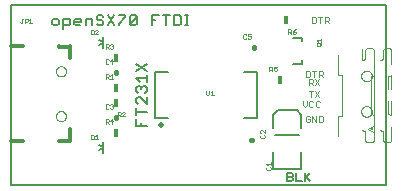
<source format=gto>
G75*
%MOIN*%
%OFA0B0*%
%FSLAX25Y25*%
%IPPOS*%
%LPD*%
%AMOC8*
5,1,8,0,0,1.08239X$1,22.5*
%
%ADD10C,0.00800*%
%ADD11C,0.00400*%
%ADD12C,0.00500*%
%ADD13C,0.00600*%
%ADD14C,0.02000*%
%ADD15C,0.00100*%
%ADD16C,0.01500*%
%ADD17R,0.01500X0.03000*%
%ADD18C,0.00000*%
%ADD19C,0.01200*%
%ADD20R,0.01800X0.03000*%
%ADD21C,0.00746*%
D10*
X0123333Y0058200D02*
X0248333Y0058200D01*
X0248333Y0118200D01*
X0123333Y0118200D01*
X0123333Y0058200D01*
X0152782Y0069780D02*
X0154003Y0070700D01*
X0154003Y0072511D01*
X0152782Y0071560D02*
X0153942Y0070800D01*
X0154003Y0070700D02*
X0154003Y0068889D01*
X0171283Y0080500D02*
X0175533Y0080500D01*
X0171283Y0080500D02*
X0171283Y0095900D01*
X0175533Y0095900D01*
X0154003Y0103889D02*
X0154003Y0105700D01*
X0152782Y0104780D01*
X0154003Y0105700D02*
X0154003Y0107511D01*
X0152782Y0106560D02*
X0153942Y0105800D01*
X0201133Y0095900D02*
X0205383Y0095900D01*
X0205383Y0080500D01*
X0201133Y0080500D01*
X0210709Y0081568D02*
X0210709Y0077237D01*
X0220158Y0077237D02*
X0220158Y0081568D01*
X0218583Y0083143D01*
X0212284Y0083143D01*
X0210709Y0081568D01*
X0210709Y0069363D02*
X0210709Y0063457D01*
X0220158Y0063457D01*
X0220158Y0069363D01*
X0220489Y0098669D02*
X0217340Y0098669D01*
X0220489Y0098669D02*
X0220489Y0099850D01*
X0220489Y0106150D02*
X0220489Y0107331D01*
X0217340Y0107331D01*
D11*
X0223533Y0112200D02*
X0224534Y0112200D01*
X0224868Y0112534D01*
X0224868Y0113868D01*
X0224534Y0114202D01*
X0223533Y0114202D01*
X0223533Y0112200D01*
X0226410Y0112200D02*
X0226410Y0114202D01*
X0225743Y0114202D02*
X0227078Y0114202D01*
X0227953Y0114202D02*
X0227953Y0112200D01*
X0227953Y0112867D02*
X0228954Y0112867D01*
X0229288Y0113201D01*
X0229288Y0113868D01*
X0228954Y0114202D01*
X0227953Y0114202D01*
X0228620Y0112867D02*
X0229288Y0112200D01*
X0240460Y0103684D02*
X0240460Y0099934D01*
X0241300Y0100232D02*
X0241331Y0100259D01*
X0241359Y0100288D01*
X0241385Y0100320D01*
X0241408Y0100353D01*
X0241429Y0100389D01*
X0241446Y0100425D01*
X0241461Y0100464D01*
X0241472Y0100503D01*
X0241480Y0100543D01*
X0241485Y0100583D01*
X0241487Y0100624D01*
X0241487Y0103348D01*
X0242028Y0103889D01*
X0243707Y0103889D01*
X0244219Y0103357D01*
X0244219Y0073043D01*
X0243707Y0072511D01*
X0242028Y0072511D01*
X0241487Y0073052D01*
X0241487Y0075776D01*
X0241485Y0075817D01*
X0241480Y0075857D01*
X0241472Y0075897D01*
X0241461Y0075936D01*
X0241446Y0075975D01*
X0241429Y0076011D01*
X0241408Y0076047D01*
X0241385Y0076080D01*
X0241359Y0076112D01*
X0241331Y0076141D01*
X0241300Y0076168D01*
X0242289Y0076914D02*
X0244005Y0075906D01*
X0242289Y0076914D02*
X0244005Y0078033D01*
X0247206Y0076168D02*
X0247237Y0076141D01*
X0247265Y0076112D01*
X0247291Y0076080D01*
X0247314Y0076047D01*
X0247335Y0076011D01*
X0247352Y0075975D01*
X0247367Y0075936D01*
X0247378Y0075897D01*
X0247386Y0075857D01*
X0247391Y0075817D01*
X0247393Y0075776D01*
X0247392Y0075776D02*
X0247392Y0073052D01*
X0247934Y0072511D01*
X0249612Y0072511D01*
X0250125Y0073043D01*
X0250125Y0077669D01*
X0247205Y0076168D02*
X0247150Y0076210D01*
X0247092Y0076250D01*
X0247033Y0076287D01*
X0246971Y0076320D01*
X0246908Y0076350D01*
X0246844Y0076377D01*
X0246778Y0076400D01*
X0246711Y0076420D01*
X0246643Y0076437D01*
X0246574Y0076449D01*
X0246505Y0076459D01*
X0246435Y0076464D01*
X0246366Y0076466D01*
X0241300Y0076168D02*
X0241245Y0076210D01*
X0241187Y0076250D01*
X0241128Y0076287D01*
X0241066Y0076320D01*
X0241003Y0076350D01*
X0240939Y0076377D01*
X0240873Y0076400D01*
X0240806Y0076420D01*
X0240738Y0076437D01*
X0240669Y0076449D01*
X0240600Y0076459D01*
X0240530Y0076464D01*
X0240461Y0076466D01*
X0232195Y0074656D02*
X0232195Y0081392D01*
X0232278Y0081392D02*
X0233557Y0081392D01*
X0233557Y0095008D01*
X0232195Y0095008D01*
X0232195Y0101744D01*
X0240461Y0099934D02*
X0240530Y0099936D01*
X0240600Y0099941D01*
X0240669Y0099951D01*
X0240738Y0099963D01*
X0240806Y0099980D01*
X0240873Y0100000D01*
X0240939Y0100023D01*
X0241003Y0100050D01*
X0241066Y0100080D01*
X0241128Y0100113D01*
X0241187Y0100150D01*
X0241245Y0100190D01*
X0241300Y0100232D01*
X0246366Y0099934D02*
X0246435Y0099936D01*
X0246505Y0099941D01*
X0246574Y0099951D01*
X0246643Y0099963D01*
X0246711Y0099980D01*
X0246778Y0100000D01*
X0246844Y0100023D01*
X0246908Y0100050D01*
X0246971Y0100080D01*
X0247033Y0100113D01*
X0247092Y0100150D01*
X0247150Y0100190D01*
X0247205Y0100232D01*
X0247392Y0100624D02*
X0247392Y0103348D01*
X0247934Y0103889D01*
X0249612Y0103889D01*
X0250125Y0103357D01*
X0250125Y0098731D01*
X0247206Y0100232D02*
X0247237Y0100259D01*
X0247265Y0100288D01*
X0247291Y0100320D01*
X0247314Y0100353D01*
X0247335Y0100389D01*
X0247352Y0100425D01*
X0247367Y0100464D01*
X0247378Y0100503D01*
X0247386Y0100543D01*
X0247391Y0100583D01*
X0247393Y0100624D01*
X0249140Y0094499D02*
X0250125Y0094696D01*
X0250125Y0094794D02*
X0250125Y0090169D01*
X0249140Y0090169D02*
X0249140Y0094499D01*
X0244219Y0094696D02*
X0243235Y0094499D01*
X0243235Y0081901D01*
X0244219Y0081704D01*
X0249140Y0081901D02*
X0250125Y0081704D01*
X0250125Y0081606D02*
X0250125Y0086231D01*
X0249140Y0086231D02*
X0249140Y0081901D01*
X0227288Y0080868D02*
X0226954Y0081202D01*
X0225953Y0081202D01*
X0225953Y0079200D01*
X0226954Y0079200D01*
X0227288Y0079534D01*
X0227288Y0080868D01*
X0225078Y0081202D02*
X0225078Y0079200D01*
X0223743Y0081202D01*
X0223743Y0079200D01*
X0222868Y0079534D02*
X0222868Y0080201D01*
X0222201Y0080201D01*
X0222868Y0080868D02*
X0222534Y0081202D01*
X0221867Y0081202D01*
X0221533Y0080868D01*
X0221533Y0079534D01*
X0221867Y0079200D01*
X0222534Y0079200D01*
X0222868Y0079534D01*
X0223077Y0084200D02*
X0223744Y0084200D01*
X0224078Y0084534D01*
X0223744Y0084200D01*
X0223077Y0084200D01*
X0222743Y0084534D01*
X0222743Y0085868D01*
X0223077Y0086202D01*
X0223744Y0086202D01*
X0224078Y0085868D01*
X0223744Y0086202D01*
X0223077Y0086202D01*
X0222743Y0085868D01*
X0222743Y0084534D01*
X0223077Y0084200D01*
X0221868Y0084867D02*
X0221868Y0086202D01*
X0221868Y0084867D01*
X0221201Y0084200D01*
X0220533Y0084867D01*
X0220533Y0086202D01*
X0220533Y0084867D01*
X0221201Y0084200D01*
X0221868Y0084867D01*
X0224953Y0084534D02*
X0224953Y0085868D01*
X0225287Y0086202D01*
X0225954Y0086202D01*
X0226288Y0085868D01*
X0225954Y0086202D01*
X0225287Y0086202D01*
X0224953Y0085868D01*
X0224953Y0084534D01*
X0225287Y0084200D01*
X0225954Y0084200D01*
X0226288Y0084534D01*
X0225954Y0084200D01*
X0225287Y0084200D01*
X0224953Y0084534D01*
X0224743Y0087700D02*
X0226078Y0089702D01*
X0224743Y0089702D02*
X0226078Y0087700D01*
X0223201Y0087700D02*
X0223201Y0089702D01*
X0223868Y0089702D02*
X0222533Y0089702D01*
X0222533Y0091700D02*
X0222533Y0093702D01*
X0223534Y0093702D01*
X0223868Y0093368D01*
X0223868Y0092701D01*
X0223534Y0092367D01*
X0222533Y0092367D01*
X0223201Y0092367D02*
X0223868Y0091700D01*
X0224743Y0091700D02*
X0226078Y0093702D01*
X0225953Y0094200D02*
X0225953Y0096202D01*
X0226954Y0096202D01*
X0227288Y0095868D01*
X0227288Y0095201D01*
X0226954Y0094867D01*
X0225953Y0094867D01*
X0226620Y0094867D02*
X0227288Y0094200D01*
X0224743Y0093702D02*
X0226078Y0091700D01*
X0224410Y0094200D02*
X0224410Y0096202D01*
X0223743Y0096202D02*
X0225078Y0096202D01*
X0222868Y0095868D02*
X0222868Y0094534D01*
X0222534Y0094200D01*
X0221533Y0094200D01*
X0221533Y0096202D01*
X0222534Y0096202D01*
X0222868Y0095868D01*
D12*
X0219433Y0074800D02*
X0211433Y0074800D01*
X0215444Y0062252D02*
X0216795Y0062252D01*
X0217245Y0061802D01*
X0217245Y0061352D01*
X0216795Y0060901D01*
X0215444Y0060901D01*
X0216795Y0060901D02*
X0217245Y0060451D01*
X0217245Y0060000D01*
X0216795Y0059550D01*
X0215444Y0059550D01*
X0215444Y0062252D01*
X0218390Y0062252D02*
X0218390Y0059550D01*
X0220192Y0059550D01*
X0221337Y0059550D02*
X0221337Y0062252D01*
X0221787Y0060901D02*
X0223138Y0059550D01*
X0221337Y0060451D02*
X0223138Y0062252D01*
D13*
X0168533Y0077951D02*
X0165130Y0077951D01*
X0165130Y0080219D01*
X0165130Y0081634D02*
X0165130Y0083902D01*
X0165130Y0082768D02*
X0168533Y0082768D01*
X0168533Y0085317D02*
X0166265Y0087585D01*
X0165698Y0087585D01*
X0165130Y0087018D01*
X0165130Y0085884D01*
X0165698Y0085317D01*
X0168533Y0085317D02*
X0168533Y0087585D01*
X0167966Y0089000D02*
X0168533Y0089567D01*
X0168533Y0090701D01*
X0167966Y0091269D01*
X0167399Y0091269D01*
X0166832Y0090701D01*
X0166832Y0090134D01*
X0166832Y0090701D02*
X0166265Y0091269D01*
X0165698Y0091269D01*
X0165130Y0090701D01*
X0165130Y0089567D01*
X0165698Y0089000D01*
X0166265Y0092683D02*
X0165130Y0093817D01*
X0168533Y0093817D01*
X0168533Y0092683D02*
X0168533Y0094952D01*
X0168533Y0096366D02*
X0165130Y0098635D01*
X0165130Y0096366D02*
X0168533Y0098635D01*
X0140816Y0110366D02*
X0140816Y0113769D01*
X0142518Y0113769D01*
X0143085Y0113201D01*
X0143085Y0112067D01*
X0142518Y0111500D01*
X0140816Y0111500D01*
X0139402Y0112067D02*
X0139402Y0113201D01*
X0138835Y0113769D01*
X0137700Y0113769D01*
X0137133Y0113201D01*
X0137133Y0112067D01*
X0137700Y0111500D01*
X0138835Y0111500D01*
X0139402Y0112067D01*
X0144500Y0112067D02*
X0144500Y0113201D01*
X0145067Y0113769D01*
X0146201Y0113769D01*
X0146768Y0113201D01*
X0146768Y0112634D01*
X0144500Y0112634D01*
X0144500Y0112067D02*
X0145067Y0111500D01*
X0146201Y0111500D01*
X0148183Y0111500D02*
X0148183Y0113769D01*
X0149884Y0113769D01*
X0150451Y0113201D01*
X0150451Y0111500D01*
X0151866Y0112067D02*
X0152433Y0111500D01*
X0153567Y0111500D01*
X0154135Y0112067D01*
X0154135Y0112634D01*
X0153567Y0113201D01*
X0152433Y0113201D01*
X0151866Y0113769D01*
X0151866Y0114336D01*
X0152433Y0114903D01*
X0153567Y0114903D01*
X0154135Y0114336D01*
X0155549Y0114903D02*
X0157818Y0111500D01*
X0159232Y0111500D02*
X0159232Y0112067D01*
X0161501Y0114336D01*
X0161501Y0114903D01*
X0159232Y0114903D01*
X0157818Y0114903D02*
X0155549Y0111500D01*
X0162915Y0112067D02*
X0165184Y0114336D01*
X0165184Y0112067D01*
X0164617Y0111500D01*
X0163482Y0111500D01*
X0162915Y0112067D01*
X0162915Y0114336D01*
X0163482Y0114903D01*
X0164617Y0114903D01*
X0165184Y0114336D01*
X0170282Y0114903D02*
X0172550Y0114903D01*
X0173965Y0114903D02*
X0176233Y0114903D01*
X0175099Y0114903D02*
X0175099Y0111500D01*
X0177648Y0111500D02*
X0179349Y0111500D01*
X0179917Y0112067D01*
X0179917Y0114336D01*
X0179349Y0114903D01*
X0177648Y0114903D01*
X0177648Y0111500D01*
X0181331Y0111500D02*
X0182465Y0111500D01*
X0181898Y0111500D02*
X0181898Y0114903D01*
X0181331Y0114903D02*
X0182465Y0114903D01*
X0171416Y0113201D02*
X0170282Y0113201D01*
X0170282Y0111500D02*
X0170282Y0114903D01*
X0166832Y0079085D02*
X0166832Y0077951D01*
D14*
X0173333Y0078200D03*
D15*
X0161411Y0081150D02*
X0160410Y0081150D01*
X0161411Y0082151D01*
X0161411Y0082401D01*
X0161161Y0082651D01*
X0160660Y0082651D01*
X0160410Y0082401D01*
X0159938Y0082401D02*
X0159938Y0081901D01*
X0159687Y0081650D01*
X0158937Y0081650D01*
X0158937Y0081150D02*
X0158937Y0082651D01*
X0159687Y0082651D01*
X0159938Y0082401D01*
X0159437Y0081650D02*
X0159938Y0081150D01*
X0157107Y0080251D02*
X0156357Y0079501D01*
X0157357Y0079501D01*
X0157107Y0080251D02*
X0157107Y0078750D01*
X0155884Y0078750D02*
X0155384Y0079250D01*
X0155634Y0079250D02*
X0154883Y0079250D01*
X0154883Y0078750D02*
X0154883Y0080251D01*
X0155634Y0080251D01*
X0155884Y0080001D01*
X0155884Y0079501D01*
X0155634Y0079250D01*
X0151857Y0075001D02*
X0151857Y0073500D01*
X0151357Y0073500D02*
X0152357Y0073500D01*
X0151357Y0074501D02*
X0151857Y0075001D01*
X0150884Y0074751D02*
X0150634Y0075001D01*
X0149883Y0075001D01*
X0149883Y0073500D01*
X0150634Y0073500D01*
X0150884Y0073750D01*
X0150884Y0074751D01*
X0155134Y0083750D02*
X0155634Y0083750D01*
X0155884Y0084000D01*
X0156357Y0084000D02*
X0156607Y0083750D01*
X0157107Y0083750D01*
X0157357Y0084000D01*
X0157357Y0084250D01*
X0157107Y0084501D01*
X0156857Y0084501D01*
X0157107Y0084501D02*
X0157357Y0084751D01*
X0157357Y0085001D01*
X0157107Y0085251D01*
X0156607Y0085251D01*
X0156357Y0085001D01*
X0155884Y0085001D02*
X0155634Y0085251D01*
X0155134Y0085251D01*
X0154883Y0085001D01*
X0154883Y0084000D01*
X0155134Y0083750D01*
X0154883Y0093750D02*
X0154883Y0095251D01*
X0155634Y0095251D01*
X0155884Y0095001D01*
X0155884Y0094501D01*
X0155634Y0094250D01*
X0154883Y0094250D01*
X0155384Y0094250D02*
X0155884Y0093750D01*
X0156357Y0093750D02*
X0157357Y0093750D01*
X0156857Y0093750D02*
X0156857Y0095251D01*
X0156357Y0094751D01*
X0155634Y0098750D02*
X0155884Y0099000D01*
X0155634Y0098750D02*
X0155134Y0098750D01*
X0154883Y0099000D01*
X0154883Y0100001D01*
X0155134Y0100251D01*
X0155634Y0100251D01*
X0155884Y0100001D01*
X0156357Y0099501D02*
X0157107Y0100251D01*
X0157107Y0098750D01*
X0157357Y0099501D02*
X0156357Y0099501D01*
X0156607Y0103750D02*
X0156357Y0104000D01*
X0156607Y0103750D02*
X0157107Y0103750D01*
X0157357Y0104000D01*
X0157357Y0104250D01*
X0157107Y0104501D01*
X0156857Y0104501D01*
X0157107Y0104501D02*
X0157357Y0104751D01*
X0157357Y0105001D01*
X0157107Y0105251D01*
X0156607Y0105251D01*
X0156357Y0105001D01*
X0155884Y0105001D02*
X0155884Y0104501D01*
X0155634Y0104250D01*
X0154883Y0104250D01*
X0154883Y0103750D02*
X0154883Y0105251D01*
X0155634Y0105251D01*
X0155884Y0105001D01*
X0155384Y0104250D02*
X0155884Y0103750D01*
X0152357Y0108500D02*
X0151357Y0108500D01*
X0152357Y0109501D01*
X0152357Y0109751D01*
X0152107Y0110001D01*
X0151607Y0110001D01*
X0151357Y0109751D01*
X0150884Y0109751D02*
X0150634Y0110001D01*
X0149883Y0110001D01*
X0149883Y0108500D01*
X0150634Y0108500D01*
X0150884Y0108750D01*
X0150884Y0109751D01*
X0130331Y0112250D02*
X0129330Y0112250D01*
X0129830Y0112250D02*
X0129830Y0113751D01*
X0129330Y0113251D01*
X0128857Y0113501D02*
X0128607Y0113751D01*
X0127857Y0113751D01*
X0127857Y0112250D01*
X0127857Y0112750D02*
X0128607Y0112750D01*
X0128857Y0113001D01*
X0128857Y0113501D01*
X0127384Y0113751D02*
X0126884Y0113751D01*
X0127134Y0113751D02*
X0127134Y0112500D01*
X0126884Y0112250D01*
X0126634Y0112250D01*
X0126383Y0112500D01*
X0188383Y0089751D02*
X0188383Y0088500D01*
X0188634Y0088250D01*
X0189134Y0088250D01*
X0189384Y0088500D01*
X0189384Y0089751D01*
X0189857Y0089251D02*
X0190357Y0089751D01*
X0190357Y0088250D01*
X0189857Y0088250D02*
X0190857Y0088250D01*
X0209483Y0096250D02*
X0209483Y0097751D01*
X0210234Y0097751D01*
X0210484Y0097501D01*
X0210484Y0097001D01*
X0210234Y0096750D01*
X0209483Y0096750D01*
X0209984Y0096750D02*
X0210484Y0096250D01*
X0210957Y0096500D02*
X0211207Y0096250D01*
X0211707Y0096250D01*
X0211957Y0096500D01*
X0211957Y0097001D01*
X0211707Y0097251D01*
X0211457Y0097251D01*
X0210957Y0097001D01*
X0210957Y0097751D01*
X0211957Y0097751D01*
X0225176Y0104785D02*
X0225176Y0105285D01*
X0225426Y0105535D01*
X0226427Y0105535D01*
X0226677Y0105285D01*
X0226677Y0104785D01*
X0226427Y0104535D01*
X0225426Y0104535D01*
X0225176Y0104785D01*
X0226177Y0105035D02*
X0226677Y0105535D01*
X0226677Y0106008D02*
X0226677Y0107009D01*
X0226677Y0106508D02*
X0225176Y0106508D01*
X0225676Y0106008D01*
X0218211Y0108900D02*
X0218211Y0109150D01*
X0217961Y0109401D01*
X0217210Y0109401D01*
X0217210Y0108900D01*
X0217460Y0108650D01*
X0217961Y0108650D01*
X0218211Y0108900D01*
X0217710Y0109901D02*
X0217210Y0109401D01*
X0216738Y0109401D02*
X0216487Y0109150D01*
X0215737Y0109150D01*
X0215737Y0108650D02*
X0215737Y0110151D01*
X0216487Y0110151D01*
X0216738Y0109901D01*
X0216738Y0109401D01*
X0216237Y0109150D02*
X0216738Y0108650D01*
X0217710Y0109901D02*
X0218211Y0110151D01*
X0203237Y0108601D02*
X0202237Y0108601D01*
X0202237Y0107851D01*
X0202737Y0108101D01*
X0202987Y0108101D01*
X0203237Y0107851D01*
X0203237Y0107350D01*
X0202987Y0107100D01*
X0202487Y0107100D01*
X0202237Y0107350D01*
X0201764Y0107350D02*
X0201514Y0107100D01*
X0201014Y0107100D01*
X0200763Y0107350D01*
X0200763Y0108351D01*
X0201014Y0108601D01*
X0201514Y0108601D01*
X0201764Y0108351D01*
X0206732Y0076478D02*
X0206482Y0076227D01*
X0206482Y0075727D01*
X0206732Y0075477D01*
X0206732Y0075004D02*
X0206482Y0074754D01*
X0206482Y0074254D01*
X0206732Y0074003D01*
X0207733Y0074003D01*
X0207983Y0074254D01*
X0207983Y0074754D01*
X0207733Y0075004D01*
X0207983Y0075477D02*
X0206982Y0076478D01*
X0206732Y0076478D01*
X0207983Y0076478D02*
X0207983Y0075477D01*
X0209946Y0065824D02*
X0209946Y0064823D01*
X0209946Y0065324D02*
X0208445Y0065324D01*
X0208945Y0064823D01*
X0208695Y0064351D02*
X0208445Y0064101D01*
X0208445Y0063600D01*
X0208695Y0063350D01*
X0209696Y0063350D01*
X0209946Y0063600D01*
X0209946Y0064101D01*
X0209696Y0064351D01*
D16*
X0203543Y0073400D02*
X0203323Y0073400D01*
X0158333Y0080590D02*
X0158333Y0080810D01*
X0158333Y0095590D02*
X0158333Y0095810D01*
X0204213Y0103940D02*
X0204213Y0104160D01*
D17*
X0158333Y0100700D03*
X0158333Y0090700D03*
X0158333Y0085700D03*
X0158333Y0075700D03*
D18*
X0138322Y0081220D02*
X0138324Y0081301D01*
X0138330Y0081383D01*
X0138340Y0081464D01*
X0138354Y0081544D01*
X0138371Y0081623D01*
X0138393Y0081702D01*
X0138418Y0081779D01*
X0138447Y0081856D01*
X0138480Y0081930D01*
X0138517Y0082003D01*
X0138556Y0082074D01*
X0138600Y0082143D01*
X0138646Y0082210D01*
X0138696Y0082274D01*
X0138749Y0082336D01*
X0138805Y0082396D01*
X0138863Y0082452D01*
X0138925Y0082506D01*
X0138989Y0082557D01*
X0139055Y0082604D01*
X0139123Y0082648D01*
X0139194Y0082689D01*
X0139266Y0082726D01*
X0139341Y0082760D01*
X0139416Y0082790D01*
X0139494Y0082816D01*
X0139572Y0082839D01*
X0139651Y0082857D01*
X0139731Y0082872D01*
X0139812Y0082883D01*
X0139893Y0082890D01*
X0139975Y0082893D01*
X0140056Y0082892D01*
X0140137Y0082887D01*
X0140218Y0082878D01*
X0140299Y0082865D01*
X0140379Y0082848D01*
X0140457Y0082828D01*
X0140535Y0082803D01*
X0140612Y0082775D01*
X0140687Y0082743D01*
X0140760Y0082708D01*
X0140831Y0082669D01*
X0140901Y0082626D01*
X0140968Y0082581D01*
X0141034Y0082532D01*
X0141096Y0082480D01*
X0141156Y0082424D01*
X0141213Y0082366D01*
X0141268Y0082306D01*
X0141319Y0082242D01*
X0141367Y0082177D01*
X0141412Y0082109D01*
X0141454Y0082039D01*
X0141492Y0081967D01*
X0141527Y0081893D01*
X0141558Y0081818D01*
X0141585Y0081741D01*
X0141608Y0081663D01*
X0141628Y0081584D01*
X0141644Y0081504D01*
X0141656Y0081423D01*
X0141664Y0081342D01*
X0141668Y0081261D01*
X0141668Y0081179D01*
X0141664Y0081098D01*
X0141656Y0081017D01*
X0141644Y0080936D01*
X0141628Y0080856D01*
X0141608Y0080777D01*
X0141585Y0080699D01*
X0141558Y0080622D01*
X0141527Y0080547D01*
X0141492Y0080473D01*
X0141454Y0080401D01*
X0141412Y0080331D01*
X0141367Y0080263D01*
X0141319Y0080198D01*
X0141268Y0080134D01*
X0141213Y0080074D01*
X0141156Y0080016D01*
X0141096Y0079960D01*
X0141034Y0079908D01*
X0140968Y0079859D01*
X0140901Y0079814D01*
X0140832Y0079771D01*
X0140760Y0079732D01*
X0140687Y0079697D01*
X0140612Y0079665D01*
X0140535Y0079637D01*
X0140457Y0079612D01*
X0140379Y0079592D01*
X0140299Y0079575D01*
X0140218Y0079562D01*
X0140137Y0079553D01*
X0140056Y0079548D01*
X0139975Y0079547D01*
X0139893Y0079550D01*
X0139812Y0079557D01*
X0139731Y0079568D01*
X0139651Y0079583D01*
X0139572Y0079601D01*
X0139494Y0079624D01*
X0139416Y0079650D01*
X0139341Y0079680D01*
X0139266Y0079714D01*
X0139194Y0079751D01*
X0139123Y0079792D01*
X0139055Y0079836D01*
X0138989Y0079883D01*
X0138925Y0079934D01*
X0138863Y0079988D01*
X0138805Y0080044D01*
X0138749Y0080104D01*
X0138696Y0080166D01*
X0138646Y0080230D01*
X0138600Y0080297D01*
X0138556Y0080366D01*
X0138517Y0080437D01*
X0138480Y0080510D01*
X0138447Y0080584D01*
X0138418Y0080661D01*
X0138393Y0080738D01*
X0138371Y0080817D01*
X0138354Y0080896D01*
X0138340Y0080976D01*
X0138330Y0081057D01*
X0138324Y0081139D01*
X0138322Y0081220D01*
X0138322Y0096180D02*
X0138324Y0096261D01*
X0138330Y0096343D01*
X0138340Y0096424D01*
X0138354Y0096504D01*
X0138371Y0096583D01*
X0138393Y0096662D01*
X0138418Y0096739D01*
X0138447Y0096816D01*
X0138480Y0096890D01*
X0138517Y0096963D01*
X0138556Y0097034D01*
X0138600Y0097103D01*
X0138646Y0097170D01*
X0138696Y0097234D01*
X0138749Y0097296D01*
X0138805Y0097356D01*
X0138863Y0097412D01*
X0138925Y0097466D01*
X0138989Y0097517D01*
X0139055Y0097564D01*
X0139123Y0097608D01*
X0139194Y0097649D01*
X0139266Y0097686D01*
X0139341Y0097720D01*
X0139416Y0097750D01*
X0139494Y0097776D01*
X0139572Y0097799D01*
X0139651Y0097817D01*
X0139731Y0097832D01*
X0139812Y0097843D01*
X0139893Y0097850D01*
X0139975Y0097853D01*
X0140056Y0097852D01*
X0140137Y0097847D01*
X0140218Y0097838D01*
X0140299Y0097825D01*
X0140379Y0097808D01*
X0140457Y0097788D01*
X0140535Y0097763D01*
X0140612Y0097735D01*
X0140687Y0097703D01*
X0140760Y0097668D01*
X0140831Y0097629D01*
X0140901Y0097586D01*
X0140968Y0097541D01*
X0141034Y0097492D01*
X0141096Y0097440D01*
X0141156Y0097384D01*
X0141213Y0097326D01*
X0141268Y0097266D01*
X0141319Y0097202D01*
X0141367Y0097137D01*
X0141412Y0097069D01*
X0141454Y0096999D01*
X0141492Y0096927D01*
X0141527Y0096853D01*
X0141558Y0096778D01*
X0141585Y0096701D01*
X0141608Y0096623D01*
X0141628Y0096544D01*
X0141644Y0096464D01*
X0141656Y0096383D01*
X0141664Y0096302D01*
X0141668Y0096221D01*
X0141668Y0096139D01*
X0141664Y0096058D01*
X0141656Y0095977D01*
X0141644Y0095896D01*
X0141628Y0095816D01*
X0141608Y0095737D01*
X0141585Y0095659D01*
X0141558Y0095582D01*
X0141527Y0095507D01*
X0141492Y0095433D01*
X0141454Y0095361D01*
X0141412Y0095291D01*
X0141367Y0095223D01*
X0141319Y0095158D01*
X0141268Y0095094D01*
X0141213Y0095034D01*
X0141156Y0094976D01*
X0141096Y0094920D01*
X0141034Y0094868D01*
X0140968Y0094819D01*
X0140901Y0094774D01*
X0140832Y0094731D01*
X0140760Y0094692D01*
X0140687Y0094657D01*
X0140612Y0094625D01*
X0140535Y0094597D01*
X0140457Y0094572D01*
X0140379Y0094552D01*
X0140299Y0094535D01*
X0140218Y0094522D01*
X0140137Y0094513D01*
X0140056Y0094508D01*
X0139975Y0094507D01*
X0139893Y0094510D01*
X0139812Y0094517D01*
X0139731Y0094528D01*
X0139651Y0094543D01*
X0139572Y0094561D01*
X0139494Y0094584D01*
X0139416Y0094610D01*
X0139341Y0094640D01*
X0139266Y0094674D01*
X0139194Y0094711D01*
X0139123Y0094752D01*
X0139055Y0094796D01*
X0138989Y0094843D01*
X0138925Y0094894D01*
X0138863Y0094948D01*
X0138805Y0095004D01*
X0138749Y0095064D01*
X0138696Y0095126D01*
X0138646Y0095190D01*
X0138600Y0095257D01*
X0138556Y0095326D01*
X0138517Y0095397D01*
X0138480Y0095470D01*
X0138447Y0095544D01*
X0138418Y0095621D01*
X0138393Y0095698D01*
X0138371Y0095777D01*
X0138354Y0095856D01*
X0138340Y0095936D01*
X0138330Y0096017D01*
X0138324Y0096099D01*
X0138322Y0096180D01*
X0240061Y0094606D02*
X0240063Y0094690D01*
X0240069Y0094773D01*
X0240079Y0094856D01*
X0240093Y0094939D01*
X0240110Y0095021D01*
X0240132Y0095102D01*
X0240157Y0095181D01*
X0240186Y0095260D01*
X0240219Y0095337D01*
X0240255Y0095412D01*
X0240295Y0095486D01*
X0240338Y0095558D01*
X0240385Y0095627D01*
X0240435Y0095694D01*
X0240488Y0095759D01*
X0240544Y0095821D01*
X0240602Y0095881D01*
X0240664Y0095938D01*
X0240728Y0095991D01*
X0240795Y0096042D01*
X0240864Y0096089D01*
X0240935Y0096134D01*
X0241008Y0096174D01*
X0241083Y0096211D01*
X0241160Y0096245D01*
X0241238Y0096275D01*
X0241317Y0096301D01*
X0241398Y0096324D01*
X0241480Y0096342D01*
X0241562Y0096357D01*
X0241645Y0096368D01*
X0241728Y0096375D01*
X0241812Y0096378D01*
X0241896Y0096377D01*
X0241979Y0096372D01*
X0242063Y0096363D01*
X0242145Y0096350D01*
X0242227Y0096334D01*
X0242308Y0096313D01*
X0242389Y0096289D01*
X0242467Y0096261D01*
X0242545Y0096229D01*
X0242621Y0096193D01*
X0242695Y0096154D01*
X0242767Y0096112D01*
X0242837Y0096066D01*
X0242905Y0096017D01*
X0242970Y0095965D01*
X0243033Y0095910D01*
X0243093Y0095852D01*
X0243151Y0095791D01*
X0243205Y0095727D01*
X0243257Y0095661D01*
X0243305Y0095593D01*
X0243350Y0095522D01*
X0243391Y0095449D01*
X0243430Y0095375D01*
X0243464Y0095299D01*
X0243495Y0095221D01*
X0243522Y0095142D01*
X0243546Y0095061D01*
X0243565Y0094980D01*
X0243581Y0094898D01*
X0243593Y0094815D01*
X0243601Y0094731D01*
X0243605Y0094648D01*
X0243605Y0094564D01*
X0243601Y0094481D01*
X0243593Y0094397D01*
X0243581Y0094314D01*
X0243565Y0094232D01*
X0243546Y0094151D01*
X0243522Y0094070D01*
X0243495Y0093991D01*
X0243464Y0093913D01*
X0243430Y0093837D01*
X0243391Y0093763D01*
X0243350Y0093690D01*
X0243305Y0093619D01*
X0243257Y0093551D01*
X0243205Y0093485D01*
X0243151Y0093421D01*
X0243093Y0093360D01*
X0243033Y0093302D01*
X0242970Y0093247D01*
X0242905Y0093195D01*
X0242837Y0093146D01*
X0242767Y0093100D01*
X0242695Y0093058D01*
X0242621Y0093019D01*
X0242545Y0092983D01*
X0242467Y0092951D01*
X0242389Y0092923D01*
X0242308Y0092899D01*
X0242227Y0092878D01*
X0242145Y0092862D01*
X0242063Y0092849D01*
X0241979Y0092840D01*
X0241896Y0092835D01*
X0241812Y0092834D01*
X0241728Y0092837D01*
X0241645Y0092844D01*
X0241562Y0092855D01*
X0241480Y0092870D01*
X0241398Y0092888D01*
X0241317Y0092911D01*
X0241238Y0092937D01*
X0241160Y0092967D01*
X0241083Y0093001D01*
X0241008Y0093038D01*
X0240935Y0093078D01*
X0240864Y0093123D01*
X0240795Y0093170D01*
X0240728Y0093221D01*
X0240664Y0093274D01*
X0240602Y0093331D01*
X0240544Y0093391D01*
X0240488Y0093453D01*
X0240435Y0093518D01*
X0240385Y0093585D01*
X0240338Y0093654D01*
X0240295Y0093726D01*
X0240255Y0093800D01*
X0240219Y0093875D01*
X0240186Y0093952D01*
X0240157Y0094031D01*
X0240132Y0094110D01*
X0240110Y0094191D01*
X0240093Y0094273D01*
X0240079Y0094356D01*
X0240069Y0094439D01*
X0240063Y0094522D01*
X0240061Y0094606D01*
X0240061Y0082794D02*
X0240063Y0082878D01*
X0240069Y0082961D01*
X0240079Y0083044D01*
X0240093Y0083127D01*
X0240110Y0083209D01*
X0240132Y0083290D01*
X0240157Y0083369D01*
X0240186Y0083448D01*
X0240219Y0083525D01*
X0240255Y0083600D01*
X0240295Y0083674D01*
X0240338Y0083746D01*
X0240385Y0083815D01*
X0240435Y0083882D01*
X0240488Y0083947D01*
X0240544Y0084009D01*
X0240602Y0084069D01*
X0240664Y0084126D01*
X0240728Y0084179D01*
X0240795Y0084230D01*
X0240864Y0084277D01*
X0240935Y0084322D01*
X0241008Y0084362D01*
X0241083Y0084399D01*
X0241160Y0084433D01*
X0241238Y0084463D01*
X0241317Y0084489D01*
X0241398Y0084512D01*
X0241480Y0084530D01*
X0241562Y0084545D01*
X0241645Y0084556D01*
X0241728Y0084563D01*
X0241812Y0084566D01*
X0241896Y0084565D01*
X0241979Y0084560D01*
X0242063Y0084551D01*
X0242145Y0084538D01*
X0242227Y0084522D01*
X0242308Y0084501D01*
X0242389Y0084477D01*
X0242467Y0084449D01*
X0242545Y0084417D01*
X0242621Y0084381D01*
X0242695Y0084342D01*
X0242767Y0084300D01*
X0242837Y0084254D01*
X0242905Y0084205D01*
X0242970Y0084153D01*
X0243033Y0084098D01*
X0243093Y0084040D01*
X0243151Y0083979D01*
X0243205Y0083915D01*
X0243257Y0083849D01*
X0243305Y0083781D01*
X0243350Y0083710D01*
X0243391Y0083637D01*
X0243430Y0083563D01*
X0243464Y0083487D01*
X0243495Y0083409D01*
X0243522Y0083330D01*
X0243546Y0083249D01*
X0243565Y0083168D01*
X0243581Y0083086D01*
X0243593Y0083003D01*
X0243601Y0082919D01*
X0243605Y0082836D01*
X0243605Y0082752D01*
X0243601Y0082669D01*
X0243593Y0082585D01*
X0243581Y0082502D01*
X0243565Y0082420D01*
X0243546Y0082339D01*
X0243522Y0082258D01*
X0243495Y0082179D01*
X0243464Y0082101D01*
X0243430Y0082025D01*
X0243391Y0081951D01*
X0243350Y0081878D01*
X0243305Y0081807D01*
X0243257Y0081739D01*
X0243205Y0081673D01*
X0243151Y0081609D01*
X0243093Y0081548D01*
X0243033Y0081490D01*
X0242970Y0081435D01*
X0242905Y0081383D01*
X0242837Y0081334D01*
X0242767Y0081288D01*
X0242695Y0081246D01*
X0242621Y0081207D01*
X0242545Y0081171D01*
X0242467Y0081139D01*
X0242389Y0081111D01*
X0242308Y0081087D01*
X0242227Y0081066D01*
X0242145Y0081050D01*
X0242063Y0081037D01*
X0241979Y0081028D01*
X0241896Y0081023D01*
X0241812Y0081022D01*
X0241728Y0081025D01*
X0241645Y0081032D01*
X0241562Y0081043D01*
X0241480Y0081058D01*
X0241398Y0081076D01*
X0241317Y0081099D01*
X0241238Y0081125D01*
X0241160Y0081155D01*
X0241083Y0081189D01*
X0241008Y0081226D01*
X0240935Y0081266D01*
X0240864Y0081311D01*
X0240795Y0081358D01*
X0240728Y0081409D01*
X0240664Y0081462D01*
X0240602Y0081519D01*
X0240544Y0081579D01*
X0240488Y0081641D01*
X0240435Y0081706D01*
X0240385Y0081773D01*
X0240338Y0081842D01*
X0240295Y0081914D01*
X0240255Y0081988D01*
X0240219Y0082063D01*
X0240186Y0082140D01*
X0240157Y0082219D01*
X0240132Y0082298D01*
X0240110Y0082379D01*
X0240093Y0082461D01*
X0240079Y0082544D01*
X0240069Y0082627D01*
X0240063Y0082710D01*
X0240061Y0082794D01*
D19*
X0143144Y0076889D02*
X0143144Y0072952D01*
X0139207Y0072952D01*
X0127396Y0072952D02*
X0123459Y0072952D01*
X0143144Y0100511D02*
X0143144Y0104448D01*
X0143073Y0104420D02*
X0139207Y0104420D01*
X0139207Y0104448D01*
X0127396Y0104448D02*
X0123459Y0104448D01*
D20*
X0212933Y0093200D03*
X0215133Y0113200D03*
D21*
X0243614Y0076914D03*
M02*

</source>
